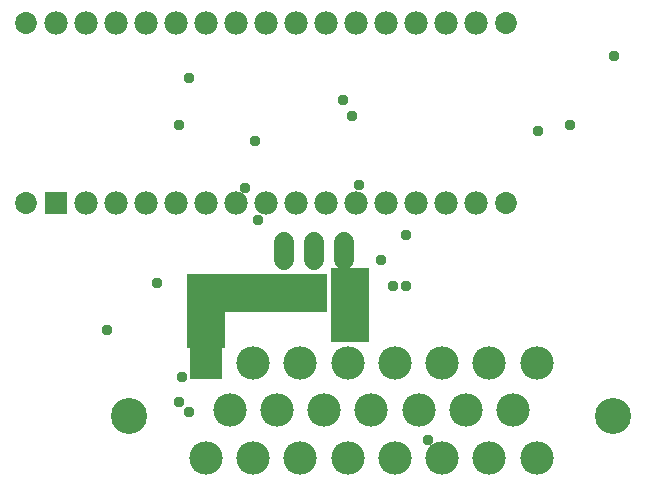
<source format=gbr>
G04 EAGLE Gerber X2 export*
%TF.Part,Single*%
%TF.FileFunction,Soldermask,Bot,1*%
%TF.FilePolarity,Negative*%
%TF.GenerationSoftware,Autodesk,EAGLE,9.1.3*%
%TF.CreationDate,2020-03-05T04:38:37Z*%
G75*
%MOMM*%
%FSLAX34Y34*%
%LPD*%
%AMOC8*
5,1,8,0,0,1.08239X$1,22.5*%
G01*
%ADD10R,1.981200X1.981200*%
%ADD11C,1.981200*%
%ADD12C,1.854200*%
%ADD13C,1.727200*%
%ADD14C,3.053200*%
%ADD15R,2.828200X2.828200*%
%ADD16C,2.828200*%
%ADD17C,0.959600*%
%ADD18R,3.251200X3.251200*%


D10*
X0Y101600D03*
D11*
X25400Y101600D03*
X50800Y101600D03*
X76200Y101600D03*
X101600Y101600D03*
X127000Y101600D03*
X152400Y101600D03*
X177800Y101600D03*
X203200Y101600D03*
X228600Y101600D03*
X254000Y101600D03*
X279400Y101600D03*
X304800Y101600D03*
X330200Y101600D03*
X355600Y101600D03*
X0Y254000D03*
X25400Y254000D03*
X50800Y254000D03*
X76200Y254000D03*
X101600Y254000D03*
X127000Y254000D03*
X152400Y254000D03*
X177800Y254000D03*
X203200Y254000D03*
X228600Y254000D03*
X254000Y254000D03*
X279400Y254000D03*
X304800Y254000D03*
X330200Y254000D03*
X355600Y254000D03*
D12*
X381000Y101600D03*
X381000Y254000D03*
X-25400Y254000D03*
X-25400Y101600D03*
D13*
X193040Y68580D02*
X193040Y53340D01*
X218440Y53340D02*
X218440Y68580D01*
X243840Y68580D02*
X243840Y53340D01*
D14*
X61700Y-78660D03*
D15*
X126700Y-33660D03*
D16*
X166700Y-33660D03*
X206700Y-33660D03*
X246700Y-33660D03*
X286700Y-33660D03*
X326700Y-33660D03*
X366700Y-33660D03*
X406700Y-33660D03*
X146700Y-73660D03*
X186700Y-73660D03*
X226700Y-73660D03*
X266700Y-73660D03*
X306700Y-73660D03*
X346700Y-73660D03*
X386700Y-73660D03*
X126700Y-113660D03*
X166700Y-113660D03*
X206700Y-113660D03*
X246700Y-113660D03*
X286700Y-113660D03*
X326700Y-113660D03*
X366700Y-113660D03*
X406700Y-113660D03*
D14*
X471700Y-78660D03*
D17*
X85344Y34671D03*
X250698Y176022D03*
X434721Y168021D03*
X296037Y32004D03*
X160020Y114681D03*
X106680Y-45339D03*
X112014Y208026D03*
X112014Y-74676D03*
X242697Y189357D03*
X256032Y117348D03*
X285369Y32004D03*
X296037Y74676D03*
X274701Y53340D03*
X314706Y-98679D03*
X104013Y168021D03*
X42672Y-5334D03*
X104013Y-66675D03*
D18*
X127000Y-5080D03*
X127000Y25400D03*
X157480Y25400D03*
X187960Y25400D03*
X213360Y25400D03*
X248920Y30480D03*
X248920Y0D03*
D17*
X168021Y154686D03*
X170688Y88011D03*
X408051Y162687D03*
X472059Y226695D03*
M02*

</source>
